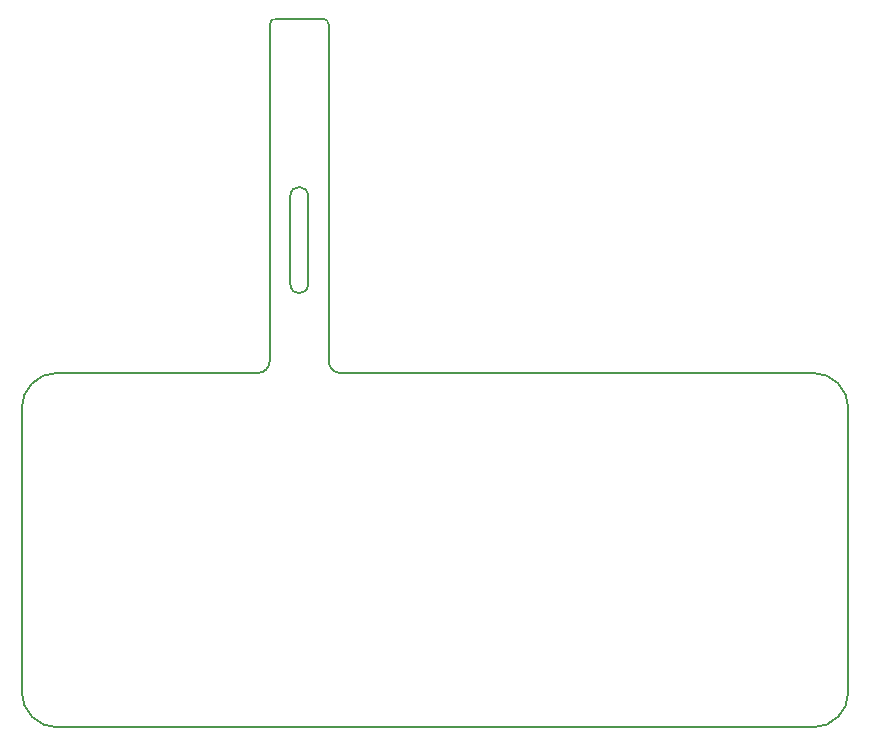
<source format=gko>
G04 Layer: BoardOutline*
G04 EasyEDA v6.4.5, 2020-08-30T10:48:13+03:00*
G04 413a31d708cc4da382682e4194c4ac02,19ad15c176e44a5d96a851d9d78d95a1,10*
G04 Gerber Generator version 0.2*
G04 Scale: 100 percent, Rotated: No, Reflected: No *
G04 Dimensions in millimeters *
G04 leading zeros omitted , absolute positions ,3 integer and 3 decimal *
%FSLAX33Y33*%
%MOMM*%
G90*
G71D02*

%ADD10C,0.159995*%
G54D10*
G01X66999Y1D02*
G01X2999Y1D01*
G01X24249Y37499D02*
G01X24249Y44999D01*
G01X22749Y45000D02*
G01X22749Y37499D01*
G01X69999Y27000D02*
G01X69999Y2999D01*
G01X66999Y29999D02*
G01X27000Y29999D01*
G01X25999Y59494D02*
G01X25999Y31000D01*
G01X21000Y31000D02*
G01X21000Y59499D01*
G01X25499Y60000D02*
G01X21500Y60000D01*
G01X1Y2999D02*
G01X1Y26999D01*
G01X19999Y29999D02*
G01X2921Y29999D01*
G75*
G01X24250Y45000D02*
G03X22749Y45001I-750J-4D01*
G01*
G75*
G01X22750Y37500D02*
G03X24250Y37500I750J0D01*
G01*
G75*
G01X21500Y60000D02*
G03X21000Y59500I0J-500D01*
G01*
G75*
G01X26000Y59494D02*
G03X25500Y60000I-500J6D01*
G01*
G75*
G01X67000Y0D02*
G03X70000Y3000I0J3000D01*
G01*
G75*
G01X0Y3000D02*
G03X3000Y0I3000J0D01*
G01*
G75*
G01X3000Y30000D02*
G03X0Y27000I0J-3000D01*
G01*
G75*
G01X70000Y27000D02*
G03X67000Y30000I-3000J0D01*
G01*
G75*
G01X20000Y30000D02*
G03X21000Y31000I0J1000D01*
G01*
G75*
G01X26000Y31000D02*
G03X27000Y30000I1000J0D01*
G01*

%LPD*%
M00*
M02*

</source>
